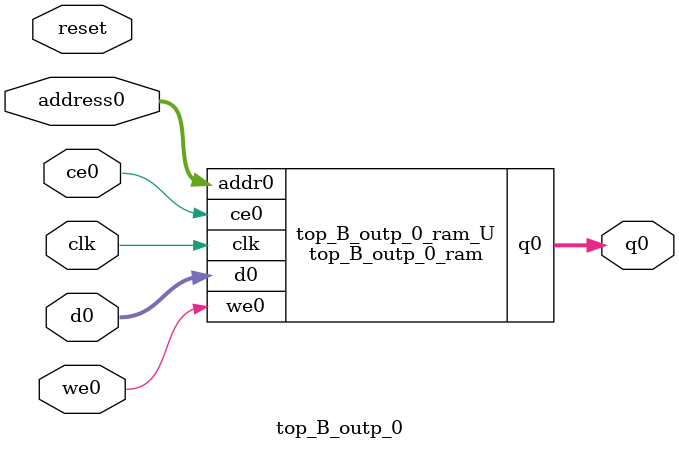
<source format=v>
`timescale 1 ns / 1 ps
module top_B_outp_0_ram (addr0, ce0, d0, we0, q0,  clk);

parameter DWIDTH = 32;
parameter AWIDTH = 9;
parameter MEM_SIZE = 288;

input[AWIDTH-1:0] addr0;
input ce0;
input[DWIDTH-1:0] d0;
input we0;
output reg[DWIDTH-1:0] q0;
input clk;

(* ram_style = "block" *)reg [DWIDTH-1:0] ram[0:MEM_SIZE-1];




always @(posedge clk)  
begin 
    if (ce0) begin
        if (we0) 
            ram[addr0] <= d0; 
        q0 <= ram[addr0];
    end
end


endmodule

`timescale 1 ns / 1 ps
module top_B_outp_0(
    reset,
    clk,
    address0,
    ce0,
    we0,
    d0,
    q0);

parameter DataWidth = 32'd32;
parameter AddressRange = 32'd288;
parameter AddressWidth = 32'd9;
input reset;
input clk;
input[AddressWidth - 1:0] address0;
input ce0;
input we0;
input[DataWidth - 1:0] d0;
output[DataWidth - 1:0] q0;



top_B_outp_0_ram top_B_outp_0_ram_U(
    .clk( clk ),
    .addr0( address0 ),
    .ce0( ce0 ),
    .we0( we0 ),
    .d0( d0 ),
    .q0( q0 ));

endmodule


</source>
